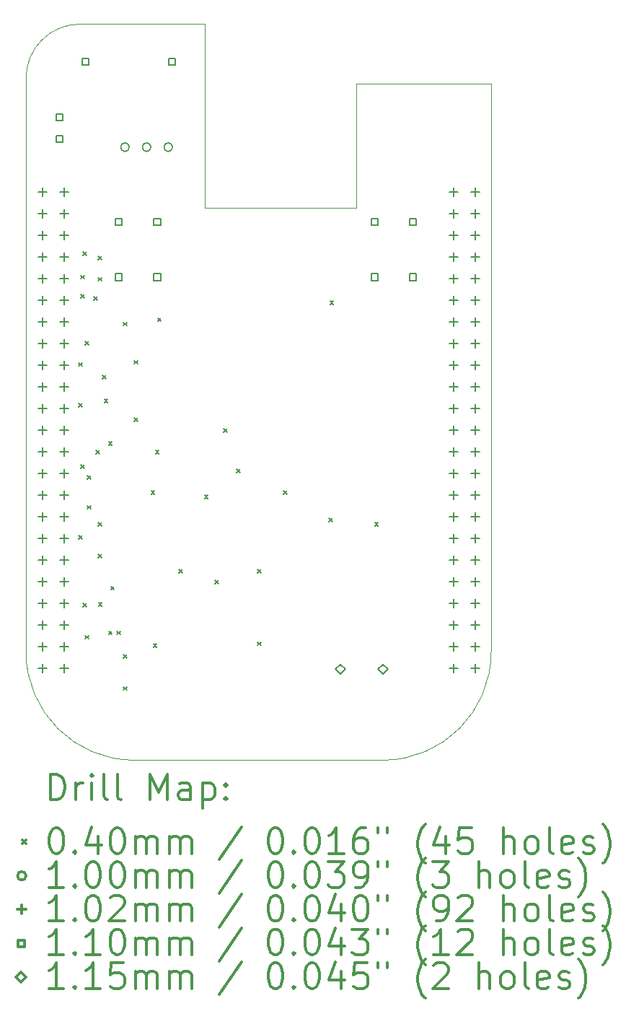
<source format=gbr>
%FSLAX45Y45*%
G04 Gerber Fmt 4.5, Leading zero omitted, Abs format (unit mm)*
G04 Created by KiCad (PCBNEW (5.1.9)-1) date 2021-06-13 14:24:20*
%MOMM*%
%LPD*%
G01*
G04 APERTURE LIST*
%TA.AperFunction,Profile*%
%ADD10C,0.002540*%
%TD*%
%ADD11C,0.200000*%
%ADD12C,0.300000*%
G04 APERTURE END LIST*
D10*
X11446510Y-11635740D02*
G75*
G03*
X12716510Y-12905740I1270000J0D01*
G01*
X15637510Y-12905740D02*
G75*
G03*
X16907510Y-11635740I0J1270000D01*
G01*
X12081510Y-4269740D02*
G75*
G03*
X11446510Y-4904740I0J-635000D01*
G01*
X13542010Y-4269740D02*
X12081510Y-4269740D01*
X13542010Y-6428740D02*
X13542010Y-4269740D01*
X15320010Y-6428740D02*
X13542010Y-6428740D01*
X15320010Y-4968240D02*
X15320010Y-6428740D01*
X16907510Y-4968240D02*
X15320010Y-4968240D01*
X16907510Y-11635740D02*
X16907510Y-4968240D01*
X12716510Y-12905740D02*
X15637510Y-12905740D01*
X11446510Y-4904740D02*
X11446510Y-11635740D01*
D11*
X12067010Y-8243240D02*
X12107010Y-8283240D01*
X12107010Y-8243240D02*
X12067010Y-8283240D01*
X12067010Y-8718240D02*
X12107010Y-8758240D01*
X12107010Y-8718240D02*
X12067010Y-8758240D01*
X12067010Y-10268240D02*
X12107010Y-10308240D01*
X12107010Y-10268240D02*
X12067010Y-10308240D01*
X12092010Y-7218240D02*
X12132010Y-7258240D01*
X12132010Y-7218240D02*
X12092010Y-7258240D01*
X12092010Y-7443240D02*
X12132010Y-7483240D01*
X12132010Y-7443240D02*
X12092010Y-7483240D01*
X12092010Y-9443240D02*
X12132010Y-9483240D01*
X12132010Y-9443240D02*
X12092010Y-9483240D01*
X12117010Y-6943240D02*
X12157010Y-6983240D01*
X12157010Y-6943240D02*
X12117010Y-6983240D01*
X12117010Y-11068240D02*
X12157010Y-11108240D01*
X12157010Y-11068240D02*
X12117010Y-11108240D01*
X12142010Y-7993240D02*
X12182010Y-8033240D01*
X12182010Y-7993240D02*
X12142010Y-8033240D01*
X12142010Y-11443240D02*
X12182010Y-11483240D01*
X12182010Y-11443240D02*
X12142010Y-11483240D01*
X12167010Y-9568240D02*
X12207010Y-9608240D01*
X12207010Y-9568240D02*
X12167010Y-9608240D01*
X12167010Y-9918240D02*
X12207010Y-9958240D01*
X12207010Y-9918240D02*
X12167010Y-9958240D01*
X12242010Y-7468240D02*
X12282010Y-7508240D01*
X12282010Y-7468240D02*
X12242010Y-7508240D01*
X12267010Y-9268240D02*
X12307010Y-9308240D01*
X12307010Y-9268240D02*
X12267010Y-9308240D01*
X12292010Y-6993240D02*
X12332010Y-7033240D01*
X12332010Y-6993240D02*
X12292010Y-7033240D01*
X12292010Y-7243240D02*
X12332010Y-7283240D01*
X12332010Y-7243240D02*
X12292010Y-7283240D01*
X12292010Y-10118240D02*
X12332010Y-10158240D01*
X12332010Y-10118240D02*
X12292010Y-10158240D01*
X12292010Y-10493240D02*
X12332010Y-10533240D01*
X12332010Y-10493240D02*
X12292010Y-10533240D01*
X12297010Y-11057240D02*
X12337010Y-11097240D01*
X12337010Y-11057240D02*
X12297010Y-11097240D01*
X12342010Y-8393240D02*
X12382010Y-8433240D01*
X12382010Y-8393240D02*
X12342010Y-8433240D01*
X12367010Y-8668240D02*
X12407010Y-8708240D01*
X12407010Y-8668240D02*
X12367010Y-8708240D01*
X12417010Y-9168240D02*
X12457010Y-9208240D01*
X12457010Y-9168240D02*
X12417010Y-9208240D01*
X12417010Y-11393240D02*
X12457010Y-11433240D01*
X12457010Y-11393240D02*
X12417010Y-11433240D01*
X12442010Y-10868240D02*
X12482010Y-10908240D01*
X12482010Y-10868240D02*
X12442010Y-10908240D01*
X12517010Y-11393240D02*
X12557010Y-11433240D01*
X12557010Y-11393240D02*
X12517010Y-11433240D01*
X12592010Y-7768240D02*
X12632010Y-7808240D01*
X12632010Y-7768240D02*
X12592010Y-7808240D01*
X12592010Y-11668240D02*
X12632010Y-11708240D01*
X12632010Y-11668240D02*
X12592010Y-11708240D01*
X12592010Y-12043240D02*
X12632010Y-12083240D01*
X12632010Y-12043240D02*
X12592010Y-12083240D01*
X12717010Y-8218240D02*
X12757010Y-8258240D01*
X12757010Y-8218240D02*
X12717010Y-8258240D01*
X12717010Y-8893240D02*
X12757010Y-8933240D01*
X12757010Y-8893240D02*
X12717010Y-8933240D01*
X12917010Y-9743240D02*
X12957010Y-9783240D01*
X12957010Y-9743240D02*
X12917010Y-9783240D01*
X12942010Y-11543240D02*
X12982010Y-11583240D01*
X12982010Y-11543240D02*
X12942010Y-11583240D01*
X12967010Y-9268240D02*
X13007010Y-9308240D01*
X13007010Y-9268240D02*
X12967010Y-9308240D01*
X12992010Y-7718240D02*
X13032010Y-7758240D01*
X13032010Y-7718240D02*
X12992010Y-7758240D01*
X13242010Y-10668240D02*
X13282010Y-10708240D01*
X13282010Y-10668240D02*
X13242010Y-10708240D01*
X13542010Y-9793240D02*
X13582010Y-9833240D01*
X13582010Y-9793240D02*
X13542010Y-9833240D01*
X13667010Y-10793240D02*
X13707010Y-10833240D01*
X13707010Y-10793240D02*
X13667010Y-10833240D01*
X13767010Y-9018240D02*
X13807010Y-9058240D01*
X13807010Y-9018240D02*
X13767010Y-9058240D01*
X13917010Y-9493240D02*
X13957010Y-9533240D01*
X13957010Y-9493240D02*
X13917010Y-9533240D01*
X14167010Y-10668240D02*
X14207010Y-10708240D01*
X14207010Y-10668240D02*
X14167010Y-10708240D01*
X14167010Y-11518240D02*
X14207010Y-11558240D01*
X14207010Y-11518240D02*
X14167010Y-11558240D01*
X14467010Y-9743240D02*
X14507010Y-9783240D01*
X14507010Y-9743240D02*
X14467010Y-9783240D01*
X15001515Y-10068080D02*
X15041515Y-10108080D01*
X15041515Y-10068080D02*
X15001515Y-10108080D01*
X15017010Y-7518240D02*
X15057010Y-7558240D01*
X15057010Y-7518240D02*
X15017010Y-7558240D01*
X15542010Y-10118240D02*
X15582010Y-10158240D01*
X15582010Y-10118240D02*
X15542010Y-10158240D01*
X12658010Y-5713240D02*
G75*
G03*
X12658010Y-5713240I-50000J0D01*
G01*
X12912010Y-5713240D02*
G75*
G03*
X12912010Y-5713240I-50000J0D01*
G01*
X13166010Y-5713240D02*
G75*
G03*
X13166010Y-5713240I-50000J0D01*
G01*
X11637010Y-6187440D02*
X11637010Y-6289040D01*
X11586210Y-6238240D02*
X11687810Y-6238240D01*
X11637010Y-6441440D02*
X11637010Y-6543040D01*
X11586210Y-6492240D02*
X11687810Y-6492240D01*
X11637010Y-6695440D02*
X11637010Y-6797040D01*
X11586210Y-6746240D02*
X11687810Y-6746240D01*
X11637010Y-6949440D02*
X11637010Y-7051040D01*
X11586210Y-7000240D02*
X11687810Y-7000240D01*
X11637010Y-7203440D02*
X11637010Y-7305040D01*
X11586210Y-7254240D02*
X11687810Y-7254240D01*
X11637010Y-7457440D02*
X11637010Y-7559040D01*
X11586210Y-7508240D02*
X11687810Y-7508240D01*
X11637010Y-7711440D02*
X11637010Y-7813040D01*
X11586210Y-7762240D02*
X11687810Y-7762240D01*
X11637010Y-7965440D02*
X11637010Y-8067040D01*
X11586210Y-8016240D02*
X11687810Y-8016240D01*
X11637010Y-8219440D02*
X11637010Y-8321040D01*
X11586210Y-8270240D02*
X11687810Y-8270240D01*
X11637010Y-8473440D02*
X11637010Y-8575040D01*
X11586210Y-8524240D02*
X11687810Y-8524240D01*
X11637010Y-8727440D02*
X11637010Y-8829040D01*
X11586210Y-8778240D02*
X11687810Y-8778240D01*
X11637010Y-8981440D02*
X11637010Y-9083040D01*
X11586210Y-9032240D02*
X11687810Y-9032240D01*
X11637010Y-9235440D02*
X11637010Y-9337040D01*
X11586210Y-9286240D02*
X11687810Y-9286240D01*
X11637010Y-9489440D02*
X11637010Y-9591040D01*
X11586210Y-9540240D02*
X11687810Y-9540240D01*
X11637010Y-9743440D02*
X11637010Y-9845040D01*
X11586210Y-9794240D02*
X11687810Y-9794240D01*
X11637010Y-9997440D02*
X11637010Y-10099040D01*
X11586210Y-10048240D02*
X11687810Y-10048240D01*
X11637010Y-10251440D02*
X11637010Y-10353040D01*
X11586210Y-10302240D02*
X11687810Y-10302240D01*
X11637010Y-10505440D02*
X11637010Y-10607040D01*
X11586210Y-10556240D02*
X11687810Y-10556240D01*
X11637010Y-10759440D02*
X11637010Y-10861040D01*
X11586210Y-10810240D02*
X11687810Y-10810240D01*
X11637010Y-11013440D02*
X11637010Y-11115040D01*
X11586210Y-11064240D02*
X11687810Y-11064240D01*
X11637010Y-11267440D02*
X11637010Y-11369040D01*
X11586210Y-11318240D02*
X11687810Y-11318240D01*
X11637010Y-11521440D02*
X11637010Y-11623040D01*
X11586210Y-11572240D02*
X11687810Y-11572240D01*
X11637010Y-11775440D02*
X11637010Y-11877040D01*
X11586210Y-11826240D02*
X11687810Y-11826240D01*
X11891010Y-6187440D02*
X11891010Y-6289040D01*
X11840210Y-6238240D02*
X11941810Y-6238240D01*
X11891010Y-6441440D02*
X11891010Y-6543040D01*
X11840210Y-6492240D02*
X11941810Y-6492240D01*
X11891010Y-6695440D02*
X11891010Y-6797040D01*
X11840210Y-6746240D02*
X11941810Y-6746240D01*
X11891010Y-6949440D02*
X11891010Y-7051040D01*
X11840210Y-7000240D02*
X11941810Y-7000240D01*
X11891010Y-7203440D02*
X11891010Y-7305040D01*
X11840210Y-7254240D02*
X11941810Y-7254240D01*
X11891010Y-7457440D02*
X11891010Y-7559040D01*
X11840210Y-7508240D02*
X11941810Y-7508240D01*
X11891010Y-7711440D02*
X11891010Y-7813040D01*
X11840210Y-7762240D02*
X11941810Y-7762240D01*
X11891010Y-7965440D02*
X11891010Y-8067040D01*
X11840210Y-8016240D02*
X11941810Y-8016240D01*
X11891010Y-8219440D02*
X11891010Y-8321040D01*
X11840210Y-8270240D02*
X11941810Y-8270240D01*
X11891010Y-8473440D02*
X11891010Y-8575040D01*
X11840210Y-8524240D02*
X11941810Y-8524240D01*
X11891010Y-8727440D02*
X11891010Y-8829040D01*
X11840210Y-8778240D02*
X11941810Y-8778240D01*
X11891010Y-8981440D02*
X11891010Y-9083040D01*
X11840210Y-9032240D02*
X11941810Y-9032240D01*
X11891010Y-9235440D02*
X11891010Y-9337040D01*
X11840210Y-9286240D02*
X11941810Y-9286240D01*
X11891010Y-9489440D02*
X11891010Y-9591040D01*
X11840210Y-9540240D02*
X11941810Y-9540240D01*
X11891010Y-9743440D02*
X11891010Y-9845040D01*
X11840210Y-9794240D02*
X11941810Y-9794240D01*
X11891010Y-9997440D02*
X11891010Y-10099040D01*
X11840210Y-10048240D02*
X11941810Y-10048240D01*
X11891010Y-10251440D02*
X11891010Y-10353040D01*
X11840210Y-10302240D02*
X11941810Y-10302240D01*
X11891010Y-10505440D02*
X11891010Y-10607040D01*
X11840210Y-10556240D02*
X11941810Y-10556240D01*
X11891010Y-10759440D02*
X11891010Y-10861040D01*
X11840210Y-10810240D02*
X11941810Y-10810240D01*
X11891010Y-11013440D02*
X11891010Y-11115040D01*
X11840210Y-11064240D02*
X11941810Y-11064240D01*
X11891010Y-11267440D02*
X11891010Y-11369040D01*
X11840210Y-11318240D02*
X11941810Y-11318240D01*
X11891010Y-11521440D02*
X11891010Y-11623040D01*
X11840210Y-11572240D02*
X11941810Y-11572240D01*
X11891010Y-11775440D02*
X11891010Y-11877040D01*
X11840210Y-11826240D02*
X11941810Y-11826240D01*
X16463010Y-6187440D02*
X16463010Y-6289040D01*
X16412210Y-6238240D02*
X16513810Y-6238240D01*
X16463010Y-6441440D02*
X16463010Y-6543040D01*
X16412210Y-6492240D02*
X16513810Y-6492240D01*
X16463010Y-6695440D02*
X16463010Y-6797040D01*
X16412210Y-6746240D02*
X16513810Y-6746240D01*
X16463010Y-6949440D02*
X16463010Y-7051040D01*
X16412210Y-7000240D02*
X16513810Y-7000240D01*
X16463010Y-7203440D02*
X16463010Y-7305040D01*
X16412210Y-7254240D02*
X16513810Y-7254240D01*
X16463010Y-7457440D02*
X16463010Y-7559040D01*
X16412210Y-7508240D02*
X16513810Y-7508240D01*
X16463010Y-7711440D02*
X16463010Y-7813040D01*
X16412210Y-7762240D02*
X16513810Y-7762240D01*
X16463010Y-7965440D02*
X16463010Y-8067040D01*
X16412210Y-8016240D02*
X16513810Y-8016240D01*
X16463010Y-8219440D02*
X16463010Y-8321040D01*
X16412210Y-8270240D02*
X16513810Y-8270240D01*
X16463010Y-8473440D02*
X16463010Y-8575040D01*
X16412210Y-8524240D02*
X16513810Y-8524240D01*
X16463010Y-8727440D02*
X16463010Y-8829040D01*
X16412210Y-8778240D02*
X16513810Y-8778240D01*
X16463010Y-8981440D02*
X16463010Y-9083040D01*
X16412210Y-9032240D02*
X16513810Y-9032240D01*
X16463010Y-9235440D02*
X16463010Y-9337040D01*
X16412210Y-9286240D02*
X16513810Y-9286240D01*
X16463010Y-9489440D02*
X16463010Y-9591040D01*
X16412210Y-9540240D02*
X16513810Y-9540240D01*
X16463010Y-9743440D02*
X16463010Y-9845040D01*
X16412210Y-9794240D02*
X16513810Y-9794240D01*
X16463010Y-9997440D02*
X16463010Y-10099040D01*
X16412210Y-10048240D02*
X16513810Y-10048240D01*
X16463010Y-10251440D02*
X16463010Y-10353040D01*
X16412210Y-10302240D02*
X16513810Y-10302240D01*
X16463010Y-10505440D02*
X16463010Y-10607040D01*
X16412210Y-10556240D02*
X16513810Y-10556240D01*
X16463010Y-10759440D02*
X16463010Y-10861040D01*
X16412210Y-10810240D02*
X16513810Y-10810240D01*
X16463010Y-11013440D02*
X16463010Y-11115040D01*
X16412210Y-11064240D02*
X16513810Y-11064240D01*
X16463010Y-11267440D02*
X16463010Y-11369040D01*
X16412210Y-11318240D02*
X16513810Y-11318240D01*
X16463010Y-11521440D02*
X16463010Y-11623040D01*
X16412210Y-11572240D02*
X16513810Y-11572240D01*
X16463010Y-11775440D02*
X16463010Y-11877040D01*
X16412210Y-11826240D02*
X16513810Y-11826240D01*
X16717010Y-6187440D02*
X16717010Y-6289040D01*
X16666210Y-6238240D02*
X16767810Y-6238240D01*
X16717010Y-6441440D02*
X16717010Y-6543040D01*
X16666210Y-6492240D02*
X16767810Y-6492240D01*
X16717010Y-6695440D02*
X16717010Y-6797040D01*
X16666210Y-6746240D02*
X16767810Y-6746240D01*
X16717010Y-6949440D02*
X16717010Y-7051040D01*
X16666210Y-7000240D02*
X16767810Y-7000240D01*
X16717010Y-7203440D02*
X16717010Y-7305040D01*
X16666210Y-7254240D02*
X16767810Y-7254240D01*
X16717010Y-7457440D02*
X16717010Y-7559040D01*
X16666210Y-7508240D02*
X16767810Y-7508240D01*
X16717010Y-7711440D02*
X16717010Y-7813040D01*
X16666210Y-7762240D02*
X16767810Y-7762240D01*
X16717010Y-7965440D02*
X16717010Y-8067040D01*
X16666210Y-8016240D02*
X16767810Y-8016240D01*
X16717010Y-8219440D02*
X16717010Y-8321040D01*
X16666210Y-8270240D02*
X16767810Y-8270240D01*
X16717010Y-8473440D02*
X16717010Y-8575040D01*
X16666210Y-8524240D02*
X16767810Y-8524240D01*
X16717010Y-8727440D02*
X16717010Y-8829040D01*
X16666210Y-8778240D02*
X16767810Y-8778240D01*
X16717010Y-8981440D02*
X16717010Y-9083040D01*
X16666210Y-9032240D02*
X16767810Y-9032240D01*
X16717010Y-9235440D02*
X16717010Y-9337040D01*
X16666210Y-9286240D02*
X16767810Y-9286240D01*
X16717010Y-9489440D02*
X16717010Y-9591040D01*
X16666210Y-9540240D02*
X16767810Y-9540240D01*
X16717010Y-9743440D02*
X16717010Y-9845040D01*
X16666210Y-9794240D02*
X16767810Y-9794240D01*
X16717010Y-9997440D02*
X16717010Y-10099040D01*
X16666210Y-10048240D02*
X16767810Y-10048240D01*
X16717010Y-10251440D02*
X16717010Y-10353040D01*
X16666210Y-10302240D02*
X16767810Y-10302240D01*
X16717010Y-10505440D02*
X16717010Y-10607040D01*
X16666210Y-10556240D02*
X16767810Y-10556240D01*
X16717010Y-10759440D02*
X16717010Y-10861040D01*
X16666210Y-10810240D02*
X16767810Y-10810240D01*
X16717010Y-11013440D02*
X16717010Y-11115040D01*
X16666210Y-11064240D02*
X16767810Y-11064240D01*
X16717010Y-11267440D02*
X16717010Y-11369040D01*
X16666210Y-11318240D02*
X16767810Y-11318240D01*
X16717010Y-11521440D02*
X16717010Y-11623040D01*
X16666210Y-11572240D02*
X16767810Y-11572240D01*
X16717010Y-11775440D02*
X16717010Y-11877040D01*
X16666210Y-11826240D02*
X16767810Y-11826240D01*
X11875901Y-5402131D02*
X11875901Y-5324349D01*
X11798119Y-5324349D01*
X11798119Y-5402131D01*
X11875901Y-5402131D01*
X11875901Y-5656131D02*
X11875901Y-5578349D01*
X11798119Y-5578349D01*
X11798119Y-5656131D01*
X11875901Y-5656131D01*
X12184901Y-4752131D02*
X12184901Y-4674349D01*
X12107119Y-4674349D01*
X12107119Y-4752131D01*
X12184901Y-4752131D01*
X12575901Y-6627131D02*
X12575901Y-6549349D01*
X12498119Y-6549349D01*
X12498119Y-6627131D01*
X12575901Y-6627131D01*
X12575901Y-7277131D02*
X12575901Y-7199349D01*
X12498119Y-7199349D01*
X12498119Y-7277131D01*
X12575901Y-7277131D01*
X13025901Y-6627131D02*
X13025901Y-6549349D01*
X12948119Y-6549349D01*
X12948119Y-6627131D01*
X13025901Y-6627131D01*
X13025901Y-7277131D02*
X13025901Y-7199349D01*
X12948119Y-7199349D01*
X12948119Y-7277131D01*
X13025901Y-7277131D01*
X13200901Y-4752131D02*
X13200901Y-4674349D01*
X13123119Y-4674349D01*
X13123119Y-4752131D01*
X13200901Y-4752131D01*
X15575901Y-6627131D02*
X15575901Y-6549349D01*
X15498119Y-6549349D01*
X15498119Y-6627131D01*
X15575901Y-6627131D01*
X15575901Y-7277131D02*
X15575901Y-7199349D01*
X15498119Y-7199349D01*
X15498119Y-7277131D01*
X15575901Y-7277131D01*
X16025901Y-6627131D02*
X16025901Y-6549349D01*
X15948119Y-6549349D01*
X15948119Y-6627131D01*
X16025901Y-6627131D01*
X16025901Y-7277131D02*
X16025901Y-7199349D01*
X15948119Y-7199349D01*
X15948119Y-7277131D01*
X16025901Y-7277131D01*
X15137010Y-11895740D02*
X15194510Y-11838240D01*
X15137010Y-11780740D01*
X15079510Y-11838240D01*
X15137010Y-11895740D01*
X15637010Y-11895740D02*
X15694510Y-11838240D01*
X15637010Y-11780740D01*
X15579510Y-11838240D01*
X15637010Y-11895740D01*
D12*
X11732811Y-13371581D02*
X11732811Y-13071581D01*
X11804240Y-13071581D01*
X11847097Y-13085867D01*
X11875669Y-13114438D01*
X11889954Y-13143010D01*
X11904240Y-13200153D01*
X11904240Y-13243010D01*
X11889954Y-13300153D01*
X11875669Y-13328724D01*
X11847097Y-13357296D01*
X11804240Y-13371581D01*
X11732811Y-13371581D01*
X12032811Y-13371581D02*
X12032811Y-13171581D01*
X12032811Y-13228724D02*
X12047097Y-13200153D01*
X12061383Y-13185867D01*
X12089954Y-13171581D01*
X12118526Y-13171581D01*
X12218526Y-13371581D02*
X12218526Y-13171581D01*
X12218526Y-13071581D02*
X12204240Y-13085867D01*
X12218526Y-13100153D01*
X12232811Y-13085867D01*
X12218526Y-13071581D01*
X12218526Y-13100153D01*
X12404240Y-13371581D02*
X12375669Y-13357296D01*
X12361383Y-13328724D01*
X12361383Y-13071581D01*
X12561383Y-13371581D02*
X12532811Y-13357296D01*
X12518526Y-13328724D01*
X12518526Y-13071581D01*
X12904240Y-13371581D02*
X12904240Y-13071581D01*
X13004240Y-13285867D01*
X13104240Y-13071581D01*
X13104240Y-13371581D01*
X13375669Y-13371581D02*
X13375669Y-13214438D01*
X13361383Y-13185867D01*
X13332811Y-13171581D01*
X13275669Y-13171581D01*
X13247097Y-13185867D01*
X13375669Y-13357296D02*
X13347097Y-13371581D01*
X13275669Y-13371581D01*
X13247097Y-13357296D01*
X13232811Y-13328724D01*
X13232811Y-13300153D01*
X13247097Y-13271581D01*
X13275669Y-13257296D01*
X13347097Y-13257296D01*
X13375669Y-13243010D01*
X13518526Y-13171581D02*
X13518526Y-13471581D01*
X13518526Y-13185867D02*
X13547097Y-13171581D01*
X13604240Y-13171581D01*
X13632811Y-13185867D01*
X13647097Y-13200153D01*
X13661383Y-13228724D01*
X13661383Y-13314438D01*
X13647097Y-13343010D01*
X13632811Y-13357296D01*
X13604240Y-13371581D01*
X13547097Y-13371581D01*
X13518526Y-13357296D01*
X13789954Y-13343010D02*
X13804240Y-13357296D01*
X13789954Y-13371581D01*
X13775669Y-13357296D01*
X13789954Y-13343010D01*
X13789954Y-13371581D01*
X13789954Y-13185867D02*
X13804240Y-13200153D01*
X13789954Y-13214438D01*
X13775669Y-13200153D01*
X13789954Y-13185867D01*
X13789954Y-13214438D01*
X11406383Y-13845867D02*
X11446383Y-13885867D01*
X11446383Y-13845867D02*
X11406383Y-13885867D01*
X11789954Y-13701581D02*
X11818526Y-13701581D01*
X11847097Y-13715867D01*
X11861383Y-13730153D01*
X11875669Y-13758724D01*
X11889954Y-13815867D01*
X11889954Y-13887296D01*
X11875669Y-13944438D01*
X11861383Y-13973010D01*
X11847097Y-13987296D01*
X11818526Y-14001581D01*
X11789954Y-14001581D01*
X11761383Y-13987296D01*
X11747097Y-13973010D01*
X11732811Y-13944438D01*
X11718526Y-13887296D01*
X11718526Y-13815867D01*
X11732811Y-13758724D01*
X11747097Y-13730153D01*
X11761383Y-13715867D01*
X11789954Y-13701581D01*
X12018526Y-13973010D02*
X12032811Y-13987296D01*
X12018526Y-14001581D01*
X12004240Y-13987296D01*
X12018526Y-13973010D01*
X12018526Y-14001581D01*
X12289954Y-13801581D02*
X12289954Y-14001581D01*
X12218526Y-13687296D02*
X12147097Y-13901581D01*
X12332811Y-13901581D01*
X12504240Y-13701581D02*
X12532811Y-13701581D01*
X12561383Y-13715867D01*
X12575669Y-13730153D01*
X12589954Y-13758724D01*
X12604240Y-13815867D01*
X12604240Y-13887296D01*
X12589954Y-13944438D01*
X12575669Y-13973010D01*
X12561383Y-13987296D01*
X12532811Y-14001581D01*
X12504240Y-14001581D01*
X12475669Y-13987296D01*
X12461383Y-13973010D01*
X12447097Y-13944438D01*
X12432811Y-13887296D01*
X12432811Y-13815867D01*
X12447097Y-13758724D01*
X12461383Y-13730153D01*
X12475669Y-13715867D01*
X12504240Y-13701581D01*
X12732811Y-14001581D02*
X12732811Y-13801581D01*
X12732811Y-13830153D02*
X12747097Y-13815867D01*
X12775669Y-13801581D01*
X12818526Y-13801581D01*
X12847097Y-13815867D01*
X12861383Y-13844438D01*
X12861383Y-14001581D01*
X12861383Y-13844438D02*
X12875669Y-13815867D01*
X12904240Y-13801581D01*
X12947097Y-13801581D01*
X12975669Y-13815867D01*
X12989954Y-13844438D01*
X12989954Y-14001581D01*
X13132811Y-14001581D02*
X13132811Y-13801581D01*
X13132811Y-13830153D02*
X13147097Y-13815867D01*
X13175669Y-13801581D01*
X13218526Y-13801581D01*
X13247097Y-13815867D01*
X13261383Y-13844438D01*
X13261383Y-14001581D01*
X13261383Y-13844438D02*
X13275669Y-13815867D01*
X13304240Y-13801581D01*
X13347097Y-13801581D01*
X13375669Y-13815867D01*
X13389954Y-13844438D01*
X13389954Y-14001581D01*
X13975669Y-13687296D02*
X13718526Y-14073010D01*
X14361383Y-13701581D02*
X14389954Y-13701581D01*
X14418526Y-13715867D01*
X14432811Y-13730153D01*
X14447097Y-13758724D01*
X14461383Y-13815867D01*
X14461383Y-13887296D01*
X14447097Y-13944438D01*
X14432811Y-13973010D01*
X14418526Y-13987296D01*
X14389954Y-14001581D01*
X14361383Y-14001581D01*
X14332811Y-13987296D01*
X14318526Y-13973010D01*
X14304240Y-13944438D01*
X14289954Y-13887296D01*
X14289954Y-13815867D01*
X14304240Y-13758724D01*
X14318526Y-13730153D01*
X14332811Y-13715867D01*
X14361383Y-13701581D01*
X14589954Y-13973010D02*
X14604240Y-13987296D01*
X14589954Y-14001581D01*
X14575669Y-13987296D01*
X14589954Y-13973010D01*
X14589954Y-14001581D01*
X14789954Y-13701581D02*
X14818526Y-13701581D01*
X14847097Y-13715867D01*
X14861383Y-13730153D01*
X14875669Y-13758724D01*
X14889954Y-13815867D01*
X14889954Y-13887296D01*
X14875669Y-13944438D01*
X14861383Y-13973010D01*
X14847097Y-13987296D01*
X14818526Y-14001581D01*
X14789954Y-14001581D01*
X14761383Y-13987296D01*
X14747097Y-13973010D01*
X14732811Y-13944438D01*
X14718526Y-13887296D01*
X14718526Y-13815867D01*
X14732811Y-13758724D01*
X14747097Y-13730153D01*
X14761383Y-13715867D01*
X14789954Y-13701581D01*
X15175669Y-14001581D02*
X15004240Y-14001581D01*
X15089954Y-14001581D02*
X15089954Y-13701581D01*
X15061383Y-13744438D01*
X15032811Y-13773010D01*
X15004240Y-13787296D01*
X15432811Y-13701581D02*
X15375669Y-13701581D01*
X15347097Y-13715867D01*
X15332811Y-13730153D01*
X15304240Y-13773010D01*
X15289954Y-13830153D01*
X15289954Y-13944438D01*
X15304240Y-13973010D01*
X15318526Y-13987296D01*
X15347097Y-14001581D01*
X15404240Y-14001581D01*
X15432811Y-13987296D01*
X15447097Y-13973010D01*
X15461383Y-13944438D01*
X15461383Y-13873010D01*
X15447097Y-13844438D01*
X15432811Y-13830153D01*
X15404240Y-13815867D01*
X15347097Y-13815867D01*
X15318526Y-13830153D01*
X15304240Y-13844438D01*
X15289954Y-13873010D01*
X15575669Y-13701581D02*
X15575669Y-13758724D01*
X15689954Y-13701581D02*
X15689954Y-13758724D01*
X16132811Y-14115867D02*
X16118526Y-14101581D01*
X16089954Y-14058724D01*
X16075669Y-14030153D01*
X16061383Y-13987296D01*
X16047097Y-13915867D01*
X16047097Y-13858724D01*
X16061383Y-13787296D01*
X16075669Y-13744438D01*
X16089954Y-13715867D01*
X16118526Y-13673010D01*
X16132811Y-13658724D01*
X16375669Y-13801581D02*
X16375669Y-14001581D01*
X16304240Y-13687296D02*
X16232811Y-13901581D01*
X16418526Y-13901581D01*
X16675669Y-13701581D02*
X16532811Y-13701581D01*
X16518526Y-13844438D01*
X16532811Y-13830153D01*
X16561383Y-13815867D01*
X16632811Y-13815867D01*
X16661383Y-13830153D01*
X16675669Y-13844438D01*
X16689954Y-13873010D01*
X16689954Y-13944438D01*
X16675669Y-13973010D01*
X16661383Y-13987296D01*
X16632811Y-14001581D01*
X16561383Y-14001581D01*
X16532811Y-13987296D01*
X16518526Y-13973010D01*
X17047097Y-14001581D02*
X17047097Y-13701581D01*
X17175669Y-14001581D02*
X17175669Y-13844438D01*
X17161383Y-13815867D01*
X17132811Y-13801581D01*
X17089954Y-13801581D01*
X17061383Y-13815867D01*
X17047097Y-13830153D01*
X17361383Y-14001581D02*
X17332811Y-13987296D01*
X17318526Y-13973010D01*
X17304240Y-13944438D01*
X17304240Y-13858724D01*
X17318526Y-13830153D01*
X17332811Y-13815867D01*
X17361383Y-13801581D01*
X17404240Y-13801581D01*
X17432811Y-13815867D01*
X17447097Y-13830153D01*
X17461383Y-13858724D01*
X17461383Y-13944438D01*
X17447097Y-13973010D01*
X17432811Y-13987296D01*
X17404240Y-14001581D01*
X17361383Y-14001581D01*
X17632811Y-14001581D02*
X17604240Y-13987296D01*
X17589954Y-13958724D01*
X17589954Y-13701581D01*
X17861383Y-13987296D02*
X17832811Y-14001581D01*
X17775669Y-14001581D01*
X17747097Y-13987296D01*
X17732811Y-13958724D01*
X17732811Y-13844438D01*
X17747097Y-13815867D01*
X17775669Y-13801581D01*
X17832811Y-13801581D01*
X17861383Y-13815867D01*
X17875669Y-13844438D01*
X17875669Y-13873010D01*
X17732811Y-13901581D01*
X17989954Y-13987296D02*
X18018526Y-14001581D01*
X18075669Y-14001581D01*
X18104240Y-13987296D01*
X18118526Y-13958724D01*
X18118526Y-13944438D01*
X18104240Y-13915867D01*
X18075669Y-13901581D01*
X18032811Y-13901581D01*
X18004240Y-13887296D01*
X17989954Y-13858724D01*
X17989954Y-13844438D01*
X18004240Y-13815867D01*
X18032811Y-13801581D01*
X18075669Y-13801581D01*
X18104240Y-13815867D01*
X18218526Y-14115867D02*
X18232811Y-14101581D01*
X18261383Y-14058724D01*
X18275669Y-14030153D01*
X18289954Y-13987296D01*
X18304240Y-13915867D01*
X18304240Y-13858724D01*
X18289954Y-13787296D01*
X18275669Y-13744438D01*
X18261383Y-13715867D01*
X18232811Y-13673010D01*
X18218526Y-13658724D01*
X11446383Y-14261867D02*
G75*
G03*
X11446383Y-14261867I-50000J0D01*
G01*
X11889954Y-14397581D02*
X11718526Y-14397581D01*
X11804240Y-14397581D02*
X11804240Y-14097581D01*
X11775669Y-14140438D01*
X11747097Y-14169010D01*
X11718526Y-14183296D01*
X12018526Y-14369010D02*
X12032811Y-14383296D01*
X12018526Y-14397581D01*
X12004240Y-14383296D01*
X12018526Y-14369010D01*
X12018526Y-14397581D01*
X12218526Y-14097581D02*
X12247097Y-14097581D01*
X12275669Y-14111867D01*
X12289954Y-14126153D01*
X12304240Y-14154724D01*
X12318526Y-14211867D01*
X12318526Y-14283296D01*
X12304240Y-14340438D01*
X12289954Y-14369010D01*
X12275669Y-14383296D01*
X12247097Y-14397581D01*
X12218526Y-14397581D01*
X12189954Y-14383296D01*
X12175669Y-14369010D01*
X12161383Y-14340438D01*
X12147097Y-14283296D01*
X12147097Y-14211867D01*
X12161383Y-14154724D01*
X12175669Y-14126153D01*
X12189954Y-14111867D01*
X12218526Y-14097581D01*
X12504240Y-14097581D02*
X12532811Y-14097581D01*
X12561383Y-14111867D01*
X12575669Y-14126153D01*
X12589954Y-14154724D01*
X12604240Y-14211867D01*
X12604240Y-14283296D01*
X12589954Y-14340438D01*
X12575669Y-14369010D01*
X12561383Y-14383296D01*
X12532811Y-14397581D01*
X12504240Y-14397581D01*
X12475669Y-14383296D01*
X12461383Y-14369010D01*
X12447097Y-14340438D01*
X12432811Y-14283296D01*
X12432811Y-14211867D01*
X12447097Y-14154724D01*
X12461383Y-14126153D01*
X12475669Y-14111867D01*
X12504240Y-14097581D01*
X12732811Y-14397581D02*
X12732811Y-14197581D01*
X12732811Y-14226153D02*
X12747097Y-14211867D01*
X12775669Y-14197581D01*
X12818526Y-14197581D01*
X12847097Y-14211867D01*
X12861383Y-14240438D01*
X12861383Y-14397581D01*
X12861383Y-14240438D02*
X12875669Y-14211867D01*
X12904240Y-14197581D01*
X12947097Y-14197581D01*
X12975669Y-14211867D01*
X12989954Y-14240438D01*
X12989954Y-14397581D01*
X13132811Y-14397581D02*
X13132811Y-14197581D01*
X13132811Y-14226153D02*
X13147097Y-14211867D01*
X13175669Y-14197581D01*
X13218526Y-14197581D01*
X13247097Y-14211867D01*
X13261383Y-14240438D01*
X13261383Y-14397581D01*
X13261383Y-14240438D02*
X13275669Y-14211867D01*
X13304240Y-14197581D01*
X13347097Y-14197581D01*
X13375669Y-14211867D01*
X13389954Y-14240438D01*
X13389954Y-14397581D01*
X13975669Y-14083296D02*
X13718526Y-14469010D01*
X14361383Y-14097581D02*
X14389954Y-14097581D01*
X14418526Y-14111867D01*
X14432811Y-14126153D01*
X14447097Y-14154724D01*
X14461383Y-14211867D01*
X14461383Y-14283296D01*
X14447097Y-14340438D01*
X14432811Y-14369010D01*
X14418526Y-14383296D01*
X14389954Y-14397581D01*
X14361383Y-14397581D01*
X14332811Y-14383296D01*
X14318526Y-14369010D01*
X14304240Y-14340438D01*
X14289954Y-14283296D01*
X14289954Y-14211867D01*
X14304240Y-14154724D01*
X14318526Y-14126153D01*
X14332811Y-14111867D01*
X14361383Y-14097581D01*
X14589954Y-14369010D02*
X14604240Y-14383296D01*
X14589954Y-14397581D01*
X14575669Y-14383296D01*
X14589954Y-14369010D01*
X14589954Y-14397581D01*
X14789954Y-14097581D02*
X14818526Y-14097581D01*
X14847097Y-14111867D01*
X14861383Y-14126153D01*
X14875669Y-14154724D01*
X14889954Y-14211867D01*
X14889954Y-14283296D01*
X14875669Y-14340438D01*
X14861383Y-14369010D01*
X14847097Y-14383296D01*
X14818526Y-14397581D01*
X14789954Y-14397581D01*
X14761383Y-14383296D01*
X14747097Y-14369010D01*
X14732811Y-14340438D01*
X14718526Y-14283296D01*
X14718526Y-14211867D01*
X14732811Y-14154724D01*
X14747097Y-14126153D01*
X14761383Y-14111867D01*
X14789954Y-14097581D01*
X14989954Y-14097581D02*
X15175669Y-14097581D01*
X15075669Y-14211867D01*
X15118526Y-14211867D01*
X15147097Y-14226153D01*
X15161383Y-14240438D01*
X15175669Y-14269010D01*
X15175669Y-14340438D01*
X15161383Y-14369010D01*
X15147097Y-14383296D01*
X15118526Y-14397581D01*
X15032811Y-14397581D01*
X15004240Y-14383296D01*
X14989954Y-14369010D01*
X15318526Y-14397581D02*
X15375669Y-14397581D01*
X15404240Y-14383296D01*
X15418526Y-14369010D01*
X15447097Y-14326153D01*
X15461383Y-14269010D01*
X15461383Y-14154724D01*
X15447097Y-14126153D01*
X15432811Y-14111867D01*
X15404240Y-14097581D01*
X15347097Y-14097581D01*
X15318526Y-14111867D01*
X15304240Y-14126153D01*
X15289954Y-14154724D01*
X15289954Y-14226153D01*
X15304240Y-14254724D01*
X15318526Y-14269010D01*
X15347097Y-14283296D01*
X15404240Y-14283296D01*
X15432811Y-14269010D01*
X15447097Y-14254724D01*
X15461383Y-14226153D01*
X15575669Y-14097581D02*
X15575669Y-14154724D01*
X15689954Y-14097581D02*
X15689954Y-14154724D01*
X16132811Y-14511867D02*
X16118526Y-14497581D01*
X16089954Y-14454724D01*
X16075669Y-14426153D01*
X16061383Y-14383296D01*
X16047097Y-14311867D01*
X16047097Y-14254724D01*
X16061383Y-14183296D01*
X16075669Y-14140438D01*
X16089954Y-14111867D01*
X16118526Y-14069010D01*
X16132811Y-14054724D01*
X16218526Y-14097581D02*
X16404240Y-14097581D01*
X16304240Y-14211867D01*
X16347097Y-14211867D01*
X16375669Y-14226153D01*
X16389954Y-14240438D01*
X16404240Y-14269010D01*
X16404240Y-14340438D01*
X16389954Y-14369010D01*
X16375669Y-14383296D01*
X16347097Y-14397581D01*
X16261383Y-14397581D01*
X16232811Y-14383296D01*
X16218526Y-14369010D01*
X16761383Y-14397581D02*
X16761383Y-14097581D01*
X16889954Y-14397581D02*
X16889954Y-14240438D01*
X16875669Y-14211867D01*
X16847097Y-14197581D01*
X16804240Y-14197581D01*
X16775669Y-14211867D01*
X16761383Y-14226153D01*
X17075669Y-14397581D02*
X17047097Y-14383296D01*
X17032811Y-14369010D01*
X17018526Y-14340438D01*
X17018526Y-14254724D01*
X17032811Y-14226153D01*
X17047097Y-14211867D01*
X17075669Y-14197581D01*
X17118526Y-14197581D01*
X17147097Y-14211867D01*
X17161383Y-14226153D01*
X17175669Y-14254724D01*
X17175669Y-14340438D01*
X17161383Y-14369010D01*
X17147097Y-14383296D01*
X17118526Y-14397581D01*
X17075669Y-14397581D01*
X17347097Y-14397581D02*
X17318526Y-14383296D01*
X17304240Y-14354724D01*
X17304240Y-14097581D01*
X17575669Y-14383296D02*
X17547097Y-14397581D01*
X17489954Y-14397581D01*
X17461383Y-14383296D01*
X17447097Y-14354724D01*
X17447097Y-14240438D01*
X17461383Y-14211867D01*
X17489954Y-14197581D01*
X17547097Y-14197581D01*
X17575669Y-14211867D01*
X17589954Y-14240438D01*
X17589954Y-14269010D01*
X17447097Y-14297581D01*
X17704240Y-14383296D02*
X17732811Y-14397581D01*
X17789954Y-14397581D01*
X17818526Y-14383296D01*
X17832811Y-14354724D01*
X17832811Y-14340438D01*
X17818526Y-14311867D01*
X17789954Y-14297581D01*
X17747097Y-14297581D01*
X17718526Y-14283296D01*
X17704240Y-14254724D01*
X17704240Y-14240438D01*
X17718526Y-14211867D01*
X17747097Y-14197581D01*
X17789954Y-14197581D01*
X17818526Y-14211867D01*
X17932811Y-14511867D02*
X17947097Y-14497581D01*
X17975669Y-14454724D01*
X17989954Y-14426153D01*
X18004240Y-14383296D01*
X18018526Y-14311867D01*
X18018526Y-14254724D01*
X18004240Y-14183296D01*
X17989954Y-14140438D01*
X17975669Y-14111867D01*
X17947097Y-14069010D01*
X17932811Y-14054724D01*
X11395583Y-14607067D02*
X11395583Y-14708667D01*
X11344783Y-14657867D02*
X11446383Y-14657867D01*
X11889954Y-14793581D02*
X11718526Y-14793581D01*
X11804240Y-14793581D02*
X11804240Y-14493581D01*
X11775669Y-14536438D01*
X11747097Y-14565010D01*
X11718526Y-14579296D01*
X12018526Y-14765010D02*
X12032811Y-14779296D01*
X12018526Y-14793581D01*
X12004240Y-14779296D01*
X12018526Y-14765010D01*
X12018526Y-14793581D01*
X12218526Y-14493581D02*
X12247097Y-14493581D01*
X12275669Y-14507867D01*
X12289954Y-14522153D01*
X12304240Y-14550724D01*
X12318526Y-14607867D01*
X12318526Y-14679296D01*
X12304240Y-14736438D01*
X12289954Y-14765010D01*
X12275669Y-14779296D01*
X12247097Y-14793581D01*
X12218526Y-14793581D01*
X12189954Y-14779296D01*
X12175669Y-14765010D01*
X12161383Y-14736438D01*
X12147097Y-14679296D01*
X12147097Y-14607867D01*
X12161383Y-14550724D01*
X12175669Y-14522153D01*
X12189954Y-14507867D01*
X12218526Y-14493581D01*
X12432811Y-14522153D02*
X12447097Y-14507867D01*
X12475669Y-14493581D01*
X12547097Y-14493581D01*
X12575669Y-14507867D01*
X12589954Y-14522153D01*
X12604240Y-14550724D01*
X12604240Y-14579296D01*
X12589954Y-14622153D01*
X12418526Y-14793581D01*
X12604240Y-14793581D01*
X12732811Y-14793581D02*
X12732811Y-14593581D01*
X12732811Y-14622153D02*
X12747097Y-14607867D01*
X12775669Y-14593581D01*
X12818526Y-14593581D01*
X12847097Y-14607867D01*
X12861383Y-14636438D01*
X12861383Y-14793581D01*
X12861383Y-14636438D02*
X12875669Y-14607867D01*
X12904240Y-14593581D01*
X12947097Y-14593581D01*
X12975669Y-14607867D01*
X12989954Y-14636438D01*
X12989954Y-14793581D01*
X13132811Y-14793581D02*
X13132811Y-14593581D01*
X13132811Y-14622153D02*
X13147097Y-14607867D01*
X13175669Y-14593581D01*
X13218526Y-14593581D01*
X13247097Y-14607867D01*
X13261383Y-14636438D01*
X13261383Y-14793581D01*
X13261383Y-14636438D02*
X13275669Y-14607867D01*
X13304240Y-14593581D01*
X13347097Y-14593581D01*
X13375669Y-14607867D01*
X13389954Y-14636438D01*
X13389954Y-14793581D01*
X13975669Y-14479296D02*
X13718526Y-14865010D01*
X14361383Y-14493581D02*
X14389954Y-14493581D01*
X14418526Y-14507867D01*
X14432811Y-14522153D01*
X14447097Y-14550724D01*
X14461383Y-14607867D01*
X14461383Y-14679296D01*
X14447097Y-14736438D01*
X14432811Y-14765010D01*
X14418526Y-14779296D01*
X14389954Y-14793581D01*
X14361383Y-14793581D01*
X14332811Y-14779296D01*
X14318526Y-14765010D01*
X14304240Y-14736438D01*
X14289954Y-14679296D01*
X14289954Y-14607867D01*
X14304240Y-14550724D01*
X14318526Y-14522153D01*
X14332811Y-14507867D01*
X14361383Y-14493581D01*
X14589954Y-14765010D02*
X14604240Y-14779296D01*
X14589954Y-14793581D01*
X14575669Y-14779296D01*
X14589954Y-14765010D01*
X14589954Y-14793581D01*
X14789954Y-14493581D02*
X14818526Y-14493581D01*
X14847097Y-14507867D01*
X14861383Y-14522153D01*
X14875669Y-14550724D01*
X14889954Y-14607867D01*
X14889954Y-14679296D01*
X14875669Y-14736438D01*
X14861383Y-14765010D01*
X14847097Y-14779296D01*
X14818526Y-14793581D01*
X14789954Y-14793581D01*
X14761383Y-14779296D01*
X14747097Y-14765010D01*
X14732811Y-14736438D01*
X14718526Y-14679296D01*
X14718526Y-14607867D01*
X14732811Y-14550724D01*
X14747097Y-14522153D01*
X14761383Y-14507867D01*
X14789954Y-14493581D01*
X15147097Y-14593581D02*
X15147097Y-14793581D01*
X15075669Y-14479296D02*
X15004240Y-14693581D01*
X15189954Y-14693581D01*
X15361383Y-14493581D02*
X15389954Y-14493581D01*
X15418526Y-14507867D01*
X15432811Y-14522153D01*
X15447097Y-14550724D01*
X15461383Y-14607867D01*
X15461383Y-14679296D01*
X15447097Y-14736438D01*
X15432811Y-14765010D01*
X15418526Y-14779296D01*
X15389954Y-14793581D01*
X15361383Y-14793581D01*
X15332811Y-14779296D01*
X15318526Y-14765010D01*
X15304240Y-14736438D01*
X15289954Y-14679296D01*
X15289954Y-14607867D01*
X15304240Y-14550724D01*
X15318526Y-14522153D01*
X15332811Y-14507867D01*
X15361383Y-14493581D01*
X15575669Y-14493581D02*
X15575669Y-14550724D01*
X15689954Y-14493581D02*
X15689954Y-14550724D01*
X16132811Y-14907867D02*
X16118526Y-14893581D01*
X16089954Y-14850724D01*
X16075669Y-14822153D01*
X16061383Y-14779296D01*
X16047097Y-14707867D01*
X16047097Y-14650724D01*
X16061383Y-14579296D01*
X16075669Y-14536438D01*
X16089954Y-14507867D01*
X16118526Y-14465010D01*
X16132811Y-14450724D01*
X16261383Y-14793581D02*
X16318526Y-14793581D01*
X16347097Y-14779296D01*
X16361383Y-14765010D01*
X16389954Y-14722153D01*
X16404240Y-14665010D01*
X16404240Y-14550724D01*
X16389954Y-14522153D01*
X16375669Y-14507867D01*
X16347097Y-14493581D01*
X16289954Y-14493581D01*
X16261383Y-14507867D01*
X16247097Y-14522153D01*
X16232811Y-14550724D01*
X16232811Y-14622153D01*
X16247097Y-14650724D01*
X16261383Y-14665010D01*
X16289954Y-14679296D01*
X16347097Y-14679296D01*
X16375669Y-14665010D01*
X16389954Y-14650724D01*
X16404240Y-14622153D01*
X16518526Y-14522153D02*
X16532811Y-14507867D01*
X16561383Y-14493581D01*
X16632811Y-14493581D01*
X16661383Y-14507867D01*
X16675669Y-14522153D01*
X16689954Y-14550724D01*
X16689954Y-14579296D01*
X16675669Y-14622153D01*
X16504240Y-14793581D01*
X16689954Y-14793581D01*
X17047097Y-14793581D02*
X17047097Y-14493581D01*
X17175669Y-14793581D02*
X17175669Y-14636438D01*
X17161383Y-14607867D01*
X17132811Y-14593581D01*
X17089954Y-14593581D01*
X17061383Y-14607867D01*
X17047097Y-14622153D01*
X17361383Y-14793581D02*
X17332811Y-14779296D01*
X17318526Y-14765010D01*
X17304240Y-14736438D01*
X17304240Y-14650724D01*
X17318526Y-14622153D01*
X17332811Y-14607867D01*
X17361383Y-14593581D01*
X17404240Y-14593581D01*
X17432811Y-14607867D01*
X17447097Y-14622153D01*
X17461383Y-14650724D01*
X17461383Y-14736438D01*
X17447097Y-14765010D01*
X17432811Y-14779296D01*
X17404240Y-14793581D01*
X17361383Y-14793581D01*
X17632811Y-14793581D02*
X17604240Y-14779296D01*
X17589954Y-14750724D01*
X17589954Y-14493581D01*
X17861383Y-14779296D02*
X17832811Y-14793581D01*
X17775669Y-14793581D01*
X17747097Y-14779296D01*
X17732811Y-14750724D01*
X17732811Y-14636438D01*
X17747097Y-14607867D01*
X17775669Y-14593581D01*
X17832811Y-14593581D01*
X17861383Y-14607867D01*
X17875669Y-14636438D01*
X17875669Y-14665010D01*
X17732811Y-14693581D01*
X17989954Y-14779296D02*
X18018526Y-14793581D01*
X18075669Y-14793581D01*
X18104240Y-14779296D01*
X18118526Y-14750724D01*
X18118526Y-14736438D01*
X18104240Y-14707867D01*
X18075669Y-14693581D01*
X18032811Y-14693581D01*
X18004240Y-14679296D01*
X17989954Y-14650724D01*
X17989954Y-14636438D01*
X18004240Y-14607867D01*
X18032811Y-14593581D01*
X18075669Y-14593581D01*
X18104240Y-14607867D01*
X18218526Y-14907867D02*
X18232811Y-14893581D01*
X18261383Y-14850724D01*
X18275669Y-14822153D01*
X18289954Y-14779296D01*
X18304240Y-14707867D01*
X18304240Y-14650724D01*
X18289954Y-14579296D01*
X18275669Y-14536438D01*
X18261383Y-14507867D01*
X18232811Y-14465010D01*
X18218526Y-14450724D01*
X11430274Y-15092758D02*
X11430274Y-15014976D01*
X11352492Y-15014976D01*
X11352492Y-15092758D01*
X11430274Y-15092758D01*
X11889954Y-15189581D02*
X11718526Y-15189581D01*
X11804240Y-15189581D02*
X11804240Y-14889581D01*
X11775669Y-14932438D01*
X11747097Y-14961010D01*
X11718526Y-14975296D01*
X12018526Y-15161010D02*
X12032811Y-15175296D01*
X12018526Y-15189581D01*
X12004240Y-15175296D01*
X12018526Y-15161010D01*
X12018526Y-15189581D01*
X12318526Y-15189581D02*
X12147097Y-15189581D01*
X12232811Y-15189581D02*
X12232811Y-14889581D01*
X12204240Y-14932438D01*
X12175669Y-14961010D01*
X12147097Y-14975296D01*
X12504240Y-14889581D02*
X12532811Y-14889581D01*
X12561383Y-14903867D01*
X12575669Y-14918153D01*
X12589954Y-14946724D01*
X12604240Y-15003867D01*
X12604240Y-15075296D01*
X12589954Y-15132438D01*
X12575669Y-15161010D01*
X12561383Y-15175296D01*
X12532811Y-15189581D01*
X12504240Y-15189581D01*
X12475669Y-15175296D01*
X12461383Y-15161010D01*
X12447097Y-15132438D01*
X12432811Y-15075296D01*
X12432811Y-15003867D01*
X12447097Y-14946724D01*
X12461383Y-14918153D01*
X12475669Y-14903867D01*
X12504240Y-14889581D01*
X12732811Y-15189581D02*
X12732811Y-14989581D01*
X12732811Y-15018153D02*
X12747097Y-15003867D01*
X12775669Y-14989581D01*
X12818526Y-14989581D01*
X12847097Y-15003867D01*
X12861383Y-15032438D01*
X12861383Y-15189581D01*
X12861383Y-15032438D02*
X12875669Y-15003867D01*
X12904240Y-14989581D01*
X12947097Y-14989581D01*
X12975669Y-15003867D01*
X12989954Y-15032438D01*
X12989954Y-15189581D01*
X13132811Y-15189581D02*
X13132811Y-14989581D01*
X13132811Y-15018153D02*
X13147097Y-15003867D01*
X13175669Y-14989581D01*
X13218526Y-14989581D01*
X13247097Y-15003867D01*
X13261383Y-15032438D01*
X13261383Y-15189581D01*
X13261383Y-15032438D02*
X13275669Y-15003867D01*
X13304240Y-14989581D01*
X13347097Y-14989581D01*
X13375669Y-15003867D01*
X13389954Y-15032438D01*
X13389954Y-15189581D01*
X13975669Y-14875296D02*
X13718526Y-15261010D01*
X14361383Y-14889581D02*
X14389954Y-14889581D01*
X14418526Y-14903867D01*
X14432811Y-14918153D01*
X14447097Y-14946724D01*
X14461383Y-15003867D01*
X14461383Y-15075296D01*
X14447097Y-15132438D01*
X14432811Y-15161010D01*
X14418526Y-15175296D01*
X14389954Y-15189581D01*
X14361383Y-15189581D01*
X14332811Y-15175296D01*
X14318526Y-15161010D01*
X14304240Y-15132438D01*
X14289954Y-15075296D01*
X14289954Y-15003867D01*
X14304240Y-14946724D01*
X14318526Y-14918153D01*
X14332811Y-14903867D01*
X14361383Y-14889581D01*
X14589954Y-15161010D02*
X14604240Y-15175296D01*
X14589954Y-15189581D01*
X14575669Y-15175296D01*
X14589954Y-15161010D01*
X14589954Y-15189581D01*
X14789954Y-14889581D02*
X14818526Y-14889581D01*
X14847097Y-14903867D01*
X14861383Y-14918153D01*
X14875669Y-14946724D01*
X14889954Y-15003867D01*
X14889954Y-15075296D01*
X14875669Y-15132438D01*
X14861383Y-15161010D01*
X14847097Y-15175296D01*
X14818526Y-15189581D01*
X14789954Y-15189581D01*
X14761383Y-15175296D01*
X14747097Y-15161010D01*
X14732811Y-15132438D01*
X14718526Y-15075296D01*
X14718526Y-15003867D01*
X14732811Y-14946724D01*
X14747097Y-14918153D01*
X14761383Y-14903867D01*
X14789954Y-14889581D01*
X15147097Y-14989581D02*
X15147097Y-15189581D01*
X15075669Y-14875296D02*
X15004240Y-15089581D01*
X15189954Y-15089581D01*
X15275669Y-14889581D02*
X15461383Y-14889581D01*
X15361383Y-15003867D01*
X15404240Y-15003867D01*
X15432811Y-15018153D01*
X15447097Y-15032438D01*
X15461383Y-15061010D01*
X15461383Y-15132438D01*
X15447097Y-15161010D01*
X15432811Y-15175296D01*
X15404240Y-15189581D01*
X15318526Y-15189581D01*
X15289954Y-15175296D01*
X15275669Y-15161010D01*
X15575669Y-14889581D02*
X15575669Y-14946724D01*
X15689954Y-14889581D02*
X15689954Y-14946724D01*
X16132811Y-15303867D02*
X16118526Y-15289581D01*
X16089954Y-15246724D01*
X16075669Y-15218153D01*
X16061383Y-15175296D01*
X16047097Y-15103867D01*
X16047097Y-15046724D01*
X16061383Y-14975296D01*
X16075669Y-14932438D01*
X16089954Y-14903867D01*
X16118526Y-14861010D01*
X16132811Y-14846724D01*
X16404240Y-15189581D02*
X16232811Y-15189581D01*
X16318526Y-15189581D02*
X16318526Y-14889581D01*
X16289954Y-14932438D01*
X16261383Y-14961010D01*
X16232811Y-14975296D01*
X16518526Y-14918153D02*
X16532811Y-14903867D01*
X16561383Y-14889581D01*
X16632811Y-14889581D01*
X16661383Y-14903867D01*
X16675669Y-14918153D01*
X16689954Y-14946724D01*
X16689954Y-14975296D01*
X16675669Y-15018153D01*
X16504240Y-15189581D01*
X16689954Y-15189581D01*
X17047097Y-15189581D02*
X17047097Y-14889581D01*
X17175669Y-15189581D02*
X17175669Y-15032438D01*
X17161383Y-15003867D01*
X17132811Y-14989581D01*
X17089954Y-14989581D01*
X17061383Y-15003867D01*
X17047097Y-15018153D01*
X17361383Y-15189581D02*
X17332811Y-15175296D01*
X17318526Y-15161010D01*
X17304240Y-15132438D01*
X17304240Y-15046724D01*
X17318526Y-15018153D01*
X17332811Y-15003867D01*
X17361383Y-14989581D01*
X17404240Y-14989581D01*
X17432811Y-15003867D01*
X17447097Y-15018153D01*
X17461383Y-15046724D01*
X17461383Y-15132438D01*
X17447097Y-15161010D01*
X17432811Y-15175296D01*
X17404240Y-15189581D01*
X17361383Y-15189581D01*
X17632811Y-15189581D02*
X17604240Y-15175296D01*
X17589954Y-15146724D01*
X17589954Y-14889581D01*
X17861383Y-15175296D02*
X17832811Y-15189581D01*
X17775669Y-15189581D01*
X17747097Y-15175296D01*
X17732811Y-15146724D01*
X17732811Y-15032438D01*
X17747097Y-15003867D01*
X17775669Y-14989581D01*
X17832811Y-14989581D01*
X17861383Y-15003867D01*
X17875669Y-15032438D01*
X17875669Y-15061010D01*
X17732811Y-15089581D01*
X17989954Y-15175296D02*
X18018526Y-15189581D01*
X18075669Y-15189581D01*
X18104240Y-15175296D01*
X18118526Y-15146724D01*
X18118526Y-15132438D01*
X18104240Y-15103867D01*
X18075669Y-15089581D01*
X18032811Y-15089581D01*
X18004240Y-15075296D01*
X17989954Y-15046724D01*
X17989954Y-15032438D01*
X18004240Y-15003867D01*
X18032811Y-14989581D01*
X18075669Y-14989581D01*
X18104240Y-15003867D01*
X18218526Y-15303867D02*
X18232811Y-15289581D01*
X18261383Y-15246724D01*
X18275669Y-15218153D01*
X18289954Y-15175296D01*
X18304240Y-15103867D01*
X18304240Y-15046724D01*
X18289954Y-14975296D01*
X18275669Y-14932438D01*
X18261383Y-14903867D01*
X18232811Y-14861010D01*
X18218526Y-14846724D01*
X11388883Y-15507367D02*
X11446383Y-15449867D01*
X11388883Y-15392367D01*
X11331383Y-15449867D01*
X11388883Y-15507367D01*
X11889954Y-15585581D02*
X11718526Y-15585581D01*
X11804240Y-15585581D02*
X11804240Y-15285581D01*
X11775669Y-15328438D01*
X11747097Y-15357010D01*
X11718526Y-15371296D01*
X12018526Y-15557010D02*
X12032811Y-15571296D01*
X12018526Y-15585581D01*
X12004240Y-15571296D01*
X12018526Y-15557010D01*
X12018526Y-15585581D01*
X12318526Y-15585581D02*
X12147097Y-15585581D01*
X12232811Y-15585581D02*
X12232811Y-15285581D01*
X12204240Y-15328438D01*
X12175669Y-15357010D01*
X12147097Y-15371296D01*
X12589954Y-15285581D02*
X12447097Y-15285581D01*
X12432811Y-15428438D01*
X12447097Y-15414153D01*
X12475669Y-15399867D01*
X12547097Y-15399867D01*
X12575669Y-15414153D01*
X12589954Y-15428438D01*
X12604240Y-15457010D01*
X12604240Y-15528438D01*
X12589954Y-15557010D01*
X12575669Y-15571296D01*
X12547097Y-15585581D01*
X12475669Y-15585581D01*
X12447097Y-15571296D01*
X12432811Y-15557010D01*
X12732811Y-15585581D02*
X12732811Y-15385581D01*
X12732811Y-15414153D02*
X12747097Y-15399867D01*
X12775669Y-15385581D01*
X12818526Y-15385581D01*
X12847097Y-15399867D01*
X12861383Y-15428438D01*
X12861383Y-15585581D01*
X12861383Y-15428438D02*
X12875669Y-15399867D01*
X12904240Y-15385581D01*
X12947097Y-15385581D01*
X12975669Y-15399867D01*
X12989954Y-15428438D01*
X12989954Y-15585581D01*
X13132811Y-15585581D02*
X13132811Y-15385581D01*
X13132811Y-15414153D02*
X13147097Y-15399867D01*
X13175669Y-15385581D01*
X13218526Y-15385581D01*
X13247097Y-15399867D01*
X13261383Y-15428438D01*
X13261383Y-15585581D01*
X13261383Y-15428438D02*
X13275669Y-15399867D01*
X13304240Y-15385581D01*
X13347097Y-15385581D01*
X13375669Y-15399867D01*
X13389954Y-15428438D01*
X13389954Y-15585581D01*
X13975669Y-15271296D02*
X13718526Y-15657010D01*
X14361383Y-15285581D02*
X14389954Y-15285581D01*
X14418526Y-15299867D01*
X14432811Y-15314153D01*
X14447097Y-15342724D01*
X14461383Y-15399867D01*
X14461383Y-15471296D01*
X14447097Y-15528438D01*
X14432811Y-15557010D01*
X14418526Y-15571296D01*
X14389954Y-15585581D01*
X14361383Y-15585581D01*
X14332811Y-15571296D01*
X14318526Y-15557010D01*
X14304240Y-15528438D01*
X14289954Y-15471296D01*
X14289954Y-15399867D01*
X14304240Y-15342724D01*
X14318526Y-15314153D01*
X14332811Y-15299867D01*
X14361383Y-15285581D01*
X14589954Y-15557010D02*
X14604240Y-15571296D01*
X14589954Y-15585581D01*
X14575669Y-15571296D01*
X14589954Y-15557010D01*
X14589954Y-15585581D01*
X14789954Y-15285581D02*
X14818526Y-15285581D01*
X14847097Y-15299867D01*
X14861383Y-15314153D01*
X14875669Y-15342724D01*
X14889954Y-15399867D01*
X14889954Y-15471296D01*
X14875669Y-15528438D01*
X14861383Y-15557010D01*
X14847097Y-15571296D01*
X14818526Y-15585581D01*
X14789954Y-15585581D01*
X14761383Y-15571296D01*
X14747097Y-15557010D01*
X14732811Y-15528438D01*
X14718526Y-15471296D01*
X14718526Y-15399867D01*
X14732811Y-15342724D01*
X14747097Y-15314153D01*
X14761383Y-15299867D01*
X14789954Y-15285581D01*
X15147097Y-15385581D02*
X15147097Y-15585581D01*
X15075669Y-15271296D02*
X15004240Y-15485581D01*
X15189954Y-15485581D01*
X15447097Y-15285581D02*
X15304240Y-15285581D01*
X15289954Y-15428438D01*
X15304240Y-15414153D01*
X15332811Y-15399867D01*
X15404240Y-15399867D01*
X15432811Y-15414153D01*
X15447097Y-15428438D01*
X15461383Y-15457010D01*
X15461383Y-15528438D01*
X15447097Y-15557010D01*
X15432811Y-15571296D01*
X15404240Y-15585581D01*
X15332811Y-15585581D01*
X15304240Y-15571296D01*
X15289954Y-15557010D01*
X15575669Y-15285581D02*
X15575669Y-15342724D01*
X15689954Y-15285581D02*
X15689954Y-15342724D01*
X16132811Y-15699867D02*
X16118526Y-15685581D01*
X16089954Y-15642724D01*
X16075669Y-15614153D01*
X16061383Y-15571296D01*
X16047097Y-15499867D01*
X16047097Y-15442724D01*
X16061383Y-15371296D01*
X16075669Y-15328438D01*
X16089954Y-15299867D01*
X16118526Y-15257010D01*
X16132811Y-15242724D01*
X16232811Y-15314153D02*
X16247097Y-15299867D01*
X16275669Y-15285581D01*
X16347097Y-15285581D01*
X16375669Y-15299867D01*
X16389954Y-15314153D01*
X16404240Y-15342724D01*
X16404240Y-15371296D01*
X16389954Y-15414153D01*
X16218526Y-15585581D01*
X16404240Y-15585581D01*
X16761383Y-15585581D02*
X16761383Y-15285581D01*
X16889954Y-15585581D02*
X16889954Y-15428438D01*
X16875669Y-15399867D01*
X16847097Y-15385581D01*
X16804240Y-15385581D01*
X16775669Y-15399867D01*
X16761383Y-15414153D01*
X17075669Y-15585581D02*
X17047097Y-15571296D01*
X17032811Y-15557010D01*
X17018526Y-15528438D01*
X17018526Y-15442724D01*
X17032811Y-15414153D01*
X17047097Y-15399867D01*
X17075669Y-15385581D01*
X17118526Y-15385581D01*
X17147097Y-15399867D01*
X17161383Y-15414153D01*
X17175669Y-15442724D01*
X17175669Y-15528438D01*
X17161383Y-15557010D01*
X17147097Y-15571296D01*
X17118526Y-15585581D01*
X17075669Y-15585581D01*
X17347097Y-15585581D02*
X17318526Y-15571296D01*
X17304240Y-15542724D01*
X17304240Y-15285581D01*
X17575669Y-15571296D02*
X17547097Y-15585581D01*
X17489954Y-15585581D01*
X17461383Y-15571296D01*
X17447097Y-15542724D01*
X17447097Y-15428438D01*
X17461383Y-15399867D01*
X17489954Y-15385581D01*
X17547097Y-15385581D01*
X17575669Y-15399867D01*
X17589954Y-15428438D01*
X17589954Y-15457010D01*
X17447097Y-15485581D01*
X17704240Y-15571296D02*
X17732811Y-15585581D01*
X17789954Y-15585581D01*
X17818526Y-15571296D01*
X17832811Y-15542724D01*
X17832811Y-15528438D01*
X17818526Y-15499867D01*
X17789954Y-15485581D01*
X17747097Y-15485581D01*
X17718526Y-15471296D01*
X17704240Y-15442724D01*
X17704240Y-15428438D01*
X17718526Y-15399867D01*
X17747097Y-15385581D01*
X17789954Y-15385581D01*
X17818526Y-15399867D01*
X17932811Y-15699867D02*
X17947097Y-15685581D01*
X17975669Y-15642724D01*
X17989954Y-15614153D01*
X18004240Y-15571296D01*
X18018526Y-15499867D01*
X18018526Y-15442724D01*
X18004240Y-15371296D01*
X17989954Y-15328438D01*
X17975669Y-15299867D01*
X17947097Y-15257010D01*
X17932811Y-15242724D01*
M02*

</source>
